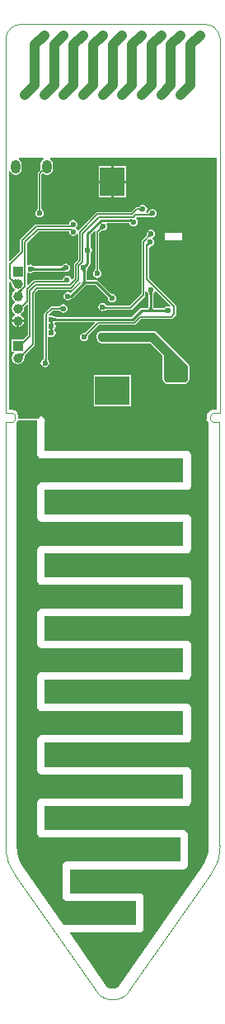
<source format=gbl>
G04*
G04 #@! TF.GenerationSoftware,Altium Limited,Altium Designer,19.0.15 (446)*
G04*
G04 Layer_Physical_Order=2*
G04 Layer_Color=16711680*
%FSLAX25Y25*%
%MOIN*%
G70*
G01*
G75*
%ADD14C,0.00600*%
%ADD15C,0.01000*%
%ADD16C,0.00050*%
%ADD49C,0.03937*%
%ADD69C,0.03937*%
%ADD73R,0.03937X0.03937*%
%ADD74O,0.03937X0.05512*%
%ADD75C,0.02362*%
%ADD76R,0.14173X0.11811*%
%ADD77R,0.10236X0.11811*%
G36*
X15346Y334100D02*
X15314Y334149D01*
X15275Y334182D01*
X15230Y334199D01*
X15178Y334202D01*
X15119Y334190D01*
X15053Y334162D01*
X14980Y334119D01*
X14901Y334061D01*
X14815Y333987D01*
X14722Y333898D01*
X14423Y334448D01*
X14515Y334544D01*
X14662Y334724D01*
X14717Y334808D01*
X14758Y334887D01*
X14787Y334961D01*
X14804Y335032D01*
X14807Y335098D01*
X14799Y335159D01*
X14777Y335216D01*
X15346Y334100D01*
D02*
G37*
G36*
X85326Y238313D02*
X84696D01*
X84694Y238312D01*
X84668Y238316D01*
X83819Y238204D01*
X83026Y237876D01*
X82346Y237354D01*
X81824Y236674D01*
X81496Y235882D01*
X81384Y235032D01*
X81468Y234400D01*
X81126Y233900D01*
X15913D01*
X15811Y234408D01*
X15484Y234899D01*
X14992Y235227D01*
X14413Y235343D01*
X13834Y235227D01*
X13343Y234899D01*
X13015Y234408D01*
X12917Y234427D01*
X12895Y234439D01*
X12880Y234434D01*
X12842Y234441D01*
X5585D01*
X5256Y234817D01*
X5284Y235032D01*
X5172Y235882D01*
X4844Y236674D01*
X4322Y237354D01*
X3642Y237876D01*
X2850Y238204D01*
X2000Y238316D01*
X1974Y238312D01*
X1973Y238313D01*
X1317D01*
X1317Y289493D01*
X1817Y289802D01*
X2035Y289694D01*
X2512Y288526D01*
X2618Y288210D01*
X2619Y288209D01*
X2619Y288207D01*
X2647Y288175D01*
X2675Y288037D01*
X3220Y287220D01*
X3883Y286778D01*
X3897Y286736D01*
Y286263D01*
X3883Y286222D01*
X3220Y285780D01*
X2675Y284963D01*
X2483Y284000D01*
X2675Y283037D01*
X3220Y282220D01*
X3883Y281778D01*
X3897Y281736D01*
Y281263D01*
X3883Y281222D01*
X3220Y280780D01*
X2675Y279963D01*
X2483Y279000D01*
X2675Y278037D01*
X3220Y277220D01*
X3883Y276778D01*
X3897Y276736D01*
Y276263D01*
X3883Y276222D01*
X3220Y275780D01*
X2675Y274963D01*
X2583Y274500D01*
X5000D01*
X7417D01*
X7325Y274963D01*
X6780Y275780D01*
X6117Y276222D01*
X6103Y276263D01*
Y276736D01*
X6117Y276778D01*
X6780Y277220D01*
X7325Y278037D01*
X7517Y279000D01*
X7423Y279470D01*
X8622Y280669D01*
X9084Y280477D01*
Y268293D01*
X7259Y266469D01*
X2531D01*
Y261531D01*
X3446D01*
X3597Y261032D01*
X3220Y260780D01*
X2675Y259963D01*
X2483Y259000D01*
X2675Y258037D01*
X3220Y257220D01*
X4037Y256675D01*
X5000Y256483D01*
X5963Y256675D01*
X6780Y257220D01*
X7325Y258037D01*
X7396Y258395D01*
X7455Y258478D01*
X7455Y258478D01*
X7455Y258478D01*
X7455Y258478D01*
X7523Y258787D01*
X7662Y259326D01*
X7804Y259759D01*
X7871Y259925D01*
X7937Y260066D01*
X7998Y260176D01*
X8050Y260253D01*
X8115Y260328D01*
X8133Y260379D01*
X11577Y263823D01*
X11754Y264088D01*
X11816Y264400D01*
X11816Y264400D01*
Y284962D01*
X13238Y286384D01*
X26400D01*
X26400Y286384D01*
X26712Y286446D01*
X26977Y286623D01*
X29879Y289526D01*
X30322Y289411D01*
X30392Y289331D01*
X30376Y289253D01*
X30297Y289169D01*
X30291Y289153D01*
X30276Y289145D01*
X30264Y289106D01*
X26387Y285229D01*
X25856Y285584D01*
X25200Y285714D01*
X24544Y285584D01*
X23988Y285212D01*
X23616Y284656D01*
X23486Y284000D01*
X23616Y283344D01*
X23988Y282788D01*
X24544Y282416D01*
X25200Y282286D01*
X25856Y282416D01*
X26412Y282788D01*
X26541Y282980D01*
X26600D01*
X26990Y283058D01*
X27321Y283279D01*
X32522Y288480D01*
X36378D01*
X41177Y283681D01*
X41196Y283632D01*
X41267Y283556D01*
X41320Y283494D01*
X41363Y283435D01*
X41398Y283380D01*
X41426Y283329D01*
X41446Y283281D01*
X41461Y283237D01*
X41470Y283196D01*
X41476Y283156D01*
X41478Y283091D01*
X41495Y283054D01*
X41616Y282444D01*
X41988Y281888D01*
X42544Y281516D01*
X43200Y281386D01*
X43856Y281516D01*
X44412Y281888D01*
X44784Y282444D01*
X44914Y283100D01*
X44784Y283756D01*
X44412Y284312D01*
X43856Y284684D01*
X43246Y284805D01*
X43209Y284822D01*
X43143Y284824D01*
X43104Y284830D01*
X43063Y284839D01*
X43019Y284854D01*
X42971Y284874D01*
X42920Y284902D01*
X42865Y284937D01*
X42806Y284980D01*
X42744Y285033D01*
X42668Y285104D01*
X42619Y285123D01*
X37521Y290221D01*
X37190Y290442D01*
X36800Y290520D01*
X32920D01*
Y293763D01*
X32941Y293813D01*
X32943Y293923D01*
X32948Y294010D01*
X32969Y294189D01*
X32982Y294256D01*
X32998Y294321D01*
X33017Y294380D01*
X33036Y294431D01*
X33057Y294477D01*
X33088Y294534D01*
X33097Y294615D01*
X33184Y294744D01*
X33305Y295355D01*
X33322Y295391D01*
X33324Y295456D01*
X33330Y295496D01*
X33339Y295537D01*
X33354Y295581D01*
X33374Y295629D01*
X33402Y295680D01*
X33437Y295735D01*
X33480Y295794D01*
X33533Y295856D01*
X33604Y295932D01*
X33623Y295981D01*
X34021Y296379D01*
X34242Y296710D01*
X34320Y297100D01*
Y300759D01*
X34341Y300807D01*
X34344Y300911D01*
X34351Y300992D01*
X34362Y301064D01*
X34376Y301128D01*
X34393Y301184D01*
X34412Y301232D01*
X34433Y301273D01*
X34455Y301309D01*
X34479Y301341D01*
X34524Y301389D01*
X34538Y301427D01*
X34884Y301944D01*
X35014Y302600D01*
X34884Y303256D01*
X34538Y303773D01*
X34524Y303811D01*
X34479Y303859D01*
X34455Y303891D01*
X34433Y303927D01*
X34412Y303968D01*
X34393Y304016D01*
X34376Y304072D01*
X34362Y304136D01*
X34351Y304208D01*
X34344Y304289D01*
X34341Y304393D01*
X34320Y304441D01*
Y308778D01*
X35978Y310436D01*
X36367Y310177D01*
X36390Y310141D01*
X36332Y309847D01*
X36332Y309847D01*
Y294979D01*
X36307Y294927D01*
X36303Y294857D01*
X36296Y294813D01*
X36283Y294764D01*
X36263Y294711D01*
X36235Y294651D01*
X36198Y294586D01*
X36150Y294516D01*
X36092Y294440D01*
X36022Y294361D01*
X35932Y294268D01*
X35920Y294236D01*
X35564Y293703D01*
X35433Y293047D01*
X35564Y292391D01*
X35935Y291835D01*
X36491Y291464D01*
X37147Y291333D01*
X37803Y291464D01*
X38359Y291835D01*
X38731Y292391D01*
X38861Y293047D01*
X38731Y293703D01*
X38375Y294236D01*
X38362Y294268D01*
X38272Y294361D01*
X38203Y294440D01*
X38144Y294516D01*
X38096Y294586D01*
X38059Y294651D01*
X38031Y294711D01*
X38011Y294764D01*
X37999Y294813D01*
X37991Y294857D01*
X37988Y294927D01*
X37963Y294979D01*
Y309509D01*
X38676Y310222D01*
X38730Y310242D01*
X38782Y310288D01*
X38819Y310316D01*
X38865Y310343D01*
X38921Y310370D01*
X38987Y310396D01*
X39065Y310419D01*
X39146Y310439D01*
X39371Y310472D01*
X39498Y310481D01*
X39580Y310522D01*
X40056Y310616D01*
X40612Y310988D01*
X40984Y311544D01*
X41114Y312200D01*
X40984Y312856D01*
X40834Y313080D01*
X41101Y313580D01*
X49889D01*
X49892Y313578D01*
X49911Y313580D01*
X49972D01*
X50020Y313559D01*
X50129Y313556D01*
X50204Y313549D01*
X50222Y313546D01*
X50302Y313144D01*
X50674Y312588D01*
X51230Y312216D01*
X51886Y312086D01*
X52542Y312216D01*
X53098Y312588D01*
X53470Y313144D01*
X53600Y313800D01*
X53470Y314456D01*
X53098Y315012D01*
X52957Y315107D01*
X52890Y315644D01*
X53197Y315984D01*
X57889D01*
X57906Y315972D01*
X57961Y315982D01*
X58012Y315959D01*
X58079Y315957D01*
X58234Y315943D01*
X58298Y315933D01*
X58857Y315796D01*
X58978Y315759D01*
X58985Y315760D01*
X58991Y315755D01*
X59093Y315767D01*
X59500Y315686D01*
X60156Y315816D01*
X60712Y316188D01*
X61084Y316744D01*
X61214Y317400D01*
X61084Y318056D01*
X60712Y318612D01*
X60156Y318984D01*
X59500Y319114D01*
X58844Y318984D01*
X58288Y318612D01*
X57916Y318056D01*
X57886Y317901D01*
X57835Y317838D01*
X57810Y317755D01*
X57792Y317712D01*
X57777Y317685D01*
X57766Y317671D01*
X57759Y317664D01*
X57753Y317660D01*
X57744Y317656D01*
X57727Y317650D01*
X57695Y317645D01*
X57620Y317640D01*
X57568Y317616D01*
X57231D01*
X56964Y318116D01*
X57184Y318444D01*
X57314Y319100D01*
X57184Y319756D01*
X56812Y320312D01*
X56256Y320684D01*
X55600Y320814D01*
X54944Y320684D01*
X54412Y320328D01*
X54379Y320315D01*
X54287Y320225D01*
X54207Y320155D01*
X54132Y320097D01*
X54061Y320049D01*
X53996Y320012D01*
X53936Y319984D01*
X53883Y319964D01*
X53834Y319951D01*
X53790Y319944D01*
X53720Y319940D01*
X53668Y319916D01*
X53300D01*
X53300Y319916D01*
X52988Y319854D01*
X52723Y319677D01*
X52723Y319677D01*
X50962Y317916D01*
X37300D01*
X37300Y317916D01*
X36988Y317854D01*
X36723Y317677D01*
X36723Y317677D01*
X29623Y310577D01*
X29612Y310560D01*
X29084Y310656D01*
X28712Y311212D01*
X28605Y311283D01*
Y311783D01*
X28612Y311788D01*
X28984Y312344D01*
X29114Y313000D01*
X28984Y313656D01*
X28612Y314212D01*
X28056Y314584D01*
X27400Y314714D01*
X26744Y314584D01*
X26188Y314212D01*
X25816Y313656D01*
X25686Y313000D01*
X25617Y312916D01*
X12400D01*
X12400Y312916D01*
X12088Y312854D01*
X11823Y312677D01*
X11823Y312677D01*
X6123Y306977D01*
X5946Y306712D01*
X5884Y306400D01*
X5884Y306400D01*
Y302138D01*
X1817Y298071D01*
X1317Y298278D01*
X1317Y334404D01*
X1579Y334487D01*
X1817Y334487D01*
X2321Y333733D01*
X3138Y333187D01*
X4101Y332996D01*
X5064Y333187D01*
X5881Y333733D01*
X6426Y334549D01*
X6618Y335513D01*
Y337087D01*
X6426Y338051D01*
X5881Y338867D01*
X5382Y339200D01*
X5534Y339700D01*
X15266D01*
X15418Y339200D01*
X14920Y338867D01*
X14374Y338051D01*
X14182Y337087D01*
Y335513D01*
X14263Y335108D01*
X14250Y335083D01*
X14224Y335044D01*
X14109Y334903D01*
X14032Y334822D01*
X14009Y334763D01*
X13223Y333978D01*
X13046Y333713D01*
X12984Y333401D01*
X12984Y333401D01*
Y319332D01*
X12960Y319280D01*
X12956Y319210D01*
X12949Y319166D01*
X12936Y319117D01*
X12916Y319063D01*
X12888Y319004D01*
X12851Y318939D01*
X12803Y318868D01*
X12745Y318793D01*
X12675Y318713D01*
X12585Y318621D01*
X12572Y318588D01*
X12216Y318056D01*
X12086Y317400D01*
X12216Y316744D01*
X12588Y316188D01*
X13144Y315816D01*
X13800Y315686D01*
X14456Y315816D01*
X15012Y316188D01*
X15384Y316744D01*
X15514Y317400D01*
X15384Y318056D01*
X15028Y318588D01*
X15015Y318621D01*
X14925Y318713D01*
X14855Y318793D01*
X14797Y318868D01*
X14749Y318939D01*
X14712Y319004D01*
X14684Y319063D01*
X14664Y319117D01*
X14651Y319166D01*
X14644Y319210D01*
X14640Y319280D01*
X14616Y319332D01*
Y333063D01*
X14975Y333423D01*
X14981Y333423D01*
X15001Y333449D01*
X15037Y333484D01*
X15096Y333507D01*
X15162Y333571D01*
X15736Y333187D01*
X16699Y332996D01*
X17662Y333187D01*
X18479Y333733D01*
X19025Y334549D01*
X19216Y335513D01*
Y337087D01*
X19025Y338051D01*
X18479Y338867D01*
X17981Y339200D01*
X18132Y339700D01*
X85326D01*
X85326Y238313D01*
D02*
G37*
G36*
X54756Y318273D02*
X54654Y318373D01*
X54551Y318463D01*
X54449Y318542D01*
X54347Y318610D01*
X54246Y318668D01*
X54146Y318716D01*
X54046Y318753D01*
X53947Y318779D01*
X53847Y318795D01*
X53749Y318800D01*
Y319400D01*
X53847Y319405D01*
X53947Y319421D01*
X54046Y319447D01*
X54146Y319484D01*
X54246Y319532D01*
X54347Y319590D01*
X54449Y319658D01*
X54551Y319737D01*
X54654Y319827D01*
X54756Y319927D01*
Y318273D01*
D02*
G37*
G36*
X14105Y319152D02*
X14121Y319054D01*
X14147Y318954D01*
X14184Y318854D01*
X14232Y318754D01*
X14290Y318653D01*
X14358Y318551D01*
X14437Y318449D01*
X14527Y318347D01*
X14627Y318244D01*
X12973D01*
X13073Y318347D01*
X13163Y318449D01*
X13242Y318551D01*
X13310Y318653D01*
X13368Y318754D01*
X13416Y318854D01*
X13453Y318954D01*
X13479Y319054D01*
X13495Y319152D01*
X13500Y319251D01*
X14100D01*
X14105Y319152D01*
D02*
G37*
G36*
X59139Y316276D02*
X59002Y316318D01*
X58403Y316464D01*
X58300Y316480D01*
X58112Y316498D01*
X58026Y316500D01*
X57649Y317100D01*
X57757Y317106D01*
X57856Y317123D01*
X57948Y317153D01*
X58030Y317193D01*
X58105Y317246D01*
X58171Y317310D01*
X58229Y317386D01*
X58279Y317474D01*
X58320Y317573D01*
X58354Y317684D01*
X59139Y316276D01*
D02*
G37*
G36*
X51676Y314962D02*
X50705Y313763D01*
X50697Y313827D01*
X50675Y313884D01*
X50641Y313935D01*
X50593Y313979D01*
X50533Y314016D01*
X50459Y314046D01*
X50372Y314070D01*
X50273Y314087D01*
X50160Y314097D01*
X50035Y314100D01*
X50308Y315100D01*
X51676Y314962D01*
D02*
G37*
G36*
X39459Y311020D02*
X39313Y311010D01*
X39045Y310971D01*
X38923Y310942D01*
X38810Y310908D01*
X38705Y310867D01*
X38609Y310820D01*
X38520Y310767D01*
X38440Y310709D01*
X38368Y310644D01*
X37918Y311042D01*
X37984Y311116D01*
X38043Y311198D01*
X38094Y311288D01*
X38137Y311384D01*
X38171Y311488D01*
X38197Y311599D01*
X38216Y311718D01*
X38226Y311844D01*
X38228Y311977D01*
X38222Y312118D01*
X39459Y311020D01*
D02*
G37*
G36*
X33803Y304259D02*
X33813Y304145D01*
X33829Y304036D01*
X33852Y303934D01*
X33882Y303837D01*
X33918Y303747D01*
X33960Y303662D01*
X34009Y303583D01*
X34065Y303510D01*
X34127Y303444D01*
X32473D01*
X32535Y303510D01*
X32591Y303583D01*
X32640Y303662D01*
X32682Y303747D01*
X32718Y303837D01*
X32748Y303934D01*
X32771Y304036D01*
X32787Y304145D01*
X32797Y304259D01*
X32800Y304379D01*
X33800D01*
X33803Y304259D01*
D02*
G37*
G36*
X34065Y301690D02*
X34009Y301617D01*
X33960Y301538D01*
X33918Y301453D01*
X33882Y301363D01*
X33852Y301266D01*
X33829Y301164D01*
X33813Y301056D01*
X33803Y300941D01*
X33800Y300821D01*
X32800D01*
X32797Y300941D01*
X32787Y301056D01*
X32771Y301164D01*
X32748Y301266D01*
X32718Y301363D01*
X32682Y301453D01*
X32640Y301538D01*
X32591Y301617D01*
X32535Y301690D01*
X32473Y301757D01*
X34127D01*
X34065Y301690D01*
D02*
G37*
G36*
X33211Y296304D02*
X33129Y296217D01*
X33055Y296129D01*
X32990Y296041D01*
X32934Y295953D01*
X32886Y295864D01*
X32848Y295774D01*
X32818Y295684D01*
X32797Y295594D01*
X32785Y295503D01*
X32781Y295412D01*
X31612Y296581D01*
X31703Y296585D01*
X31794Y296597D01*
X31884Y296618D01*
X31974Y296648D01*
X32064Y296686D01*
X32153Y296734D01*
X32241Y296790D01*
X32329Y296855D01*
X32417Y296929D01*
X32504Y297011D01*
X33211Y296304D01*
D02*
G37*
G36*
X23886Y294336D02*
X23816Y294368D01*
X23740Y294395D01*
X23658Y294420D01*
X23570Y294441D01*
X23378Y294474D01*
X23274Y294485D01*
X22927Y294500D01*
X22514Y295500D01*
X22636Y295504D01*
X22749Y295516D01*
X22853Y295535D01*
X22948Y295563D01*
X23033Y295598D01*
X23110Y295641D01*
X23178Y295692D01*
X23236Y295751D01*
X23286Y295818D01*
X23326Y295892D01*
X23886Y294336D01*
D02*
G37*
G36*
X10910Y295765D02*
X10983Y295709D01*
X11062Y295660D01*
X11147Y295618D01*
X11237Y295582D01*
X11334Y295552D01*
X11436Y295529D01*
X11545Y295513D01*
X11659Y295503D01*
X11779Y295500D01*
Y294500D01*
X11659Y294497D01*
X11545Y294487D01*
X11436Y294471D01*
X11334Y294448D01*
X11237Y294418D01*
X11147Y294382D01*
X11062Y294340D01*
X10983Y294291D01*
X10910Y294235D01*
X10843Y294173D01*
Y295827D01*
X10910Y295765D01*
D02*
G37*
G36*
X37453Y294800D02*
X37468Y294701D01*
X37495Y294601D01*
X37532Y294501D01*
X37579Y294401D01*
X37637Y294300D01*
X37705Y294198D01*
X37784Y294096D01*
X37874Y293994D01*
X37974Y293891D01*
X36320D01*
X36421Y293994D01*
X36510Y294096D01*
X36589Y294198D01*
X36658Y294300D01*
X36716Y294401D01*
X36763Y294501D01*
X36800Y294601D01*
X36826Y294701D01*
X36842Y294800D01*
X36847Y294898D01*
X37447D01*
X37453Y294800D01*
D02*
G37*
G36*
X25786Y310000D02*
X25916Y309344D01*
X26288Y308788D01*
X26844Y308416D01*
X27500Y308286D01*
X28156Y308416D01*
X28712Y308788D01*
X28884Y309046D01*
X29384Y308894D01*
Y298738D01*
X28204Y297558D01*
X28201Y297553D01*
X27904Y297256D01*
X27727Y296992D01*
X27665Y296679D01*
X27665Y296679D01*
Y291319D01*
X27094Y290748D01*
X26552Y290913D01*
X26484Y291256D01*
X26112Y291812D01*
X25556Y292184D01*
X24900Y292314D01*
X24244Y292184D01*
X23688Y291812D01*
X23316Y291256D01*
X23186Y290600D01*
X23117Y290516D01*
X11700D01*
X11700Y290516D01*
X11388Y290454D01*
X11123Y290277D01*
X9216Y288369D01*
X8716Y288576D01*
Y293235D01*
X9216Y293502D01*
X9344Y293416D01*
X10000Y293286D01*
X10656Y293416D01*
X11173Y293762D01*
X11211Y293776D01*
X11259Y293821D01*
X11291Y293845D01*
X11327Y293867D01*
X11368Y293888D01*
X11417Y293907D01*
X11472Y293924D01*
X11536Y293938D01*
X11608Y293949D01*
X11689Y293956D01*
X11793Y293959D01*
X11841Y293980D01*
X22858D01*
X22904Y293959D01*
X23233Y293945D01*
X23303Y293938D01*
X23461Y293911D01*
X23516Y293897D01*
X23569Y293882D01*
X23614Y293865D01*
X23668Y293841D01*
X23708Y293840D01*
X23744Y293816D01*
X24400Y293686D01*
X25056Y293816D01*
X25612Y294188D01*
X25984Y294744D01*
X26114Y295400D01*
X25984Y296056D01*
X25612Y296612D01*
X25056Y296984D01*
X24400Y297114D01*
X23744Y296984D01*
X23188Y296612D01*
X22914Y296201D01*
X22851Y296151D01*
X22829Y296110D01*
X22825Y296105D01*
X22821Y296101D01*
X22813Y296095D01*
X22797Y296086D01*
X22769Y296074D01*
X22727Y296062D01*
X22671Y296052D01*
X22600Y296044D01*
X22497Y296041D01*
X22450Y296020D01*
X11841D01*
X11793Y296041D01*
X11689Y296044D01*
X11608Y296051D01*
X11536Y296062D01*
X11472Y296076D01*
X11416Y296093D01*
X11368Y296112D01*
X11327Y296133D01*
X11291Y296155D01*
X11259Y296179D01*
X11211Y296224D01*
X11173Y296238D01*
X10656Y296584D01*
X10000Y296714D01*
X9344Y296584D01*
X9216Y296498D01*
X8716Y296765D01*
Y305462D01*
X13338Y310084D01*
X25717D01*
X25786Y310000D01*
D02*
G37*
G36*
X32573Y294720D02*
X32537Y294641D01*
X32505Y294556D01*
X32477Y294467D01*
X32454Y294372D01*
X32434Y294272D01*
X32409Y294058D01*
X32402Y293943D01*
X32400Y293822D01*
X31400Y293527D01*
X31396Y293649D01*
X31385Y293762D01*
X31365Y293867D01*
X31338Y293964D01*
X31304Y294053D01*
X31261Y294133D01*
X31211Y294206D01*
X31153Y294270D01*
X31088Y294326D01*
X31015Y294374D01*
X32614Y294794D01*
X32573Y294720D01*
D02*
G37*
G36*
X31900Y289300D02*
X32454Y289146D01*
X32254Y288947D01*
X30693Y288800D01*
X30827Y288944D01*
X30947Y289095D01*
X31054Y289251D01*
X31145Y289413D01*
X31223Y289580D01*
X31287Y289754D01*
X31336Y289933D01*
X31372Y290119D01*
X31393Y290310D01*
X31400Y290507D01*
X31900Y289300D01*
D02*
G37*
G36*
X2672Y290869D02*
X2803Y290788D01*
X2947Y290728D01*
X3106Y290687D01*
X3278Y290666D01*
X3464Y290664D01*
X3663Y290683D01*
X3877Y290721D01*
X4104Y290779D01*
X4345Y290856D01*
X3131Y288382D01*
X3019Y288715D01*
X2402Y290228D01*
X2337Y290327D01*
X2278Y290397D01*
X2555Y290969D01*
X2672Y290869D01*
D02*
G37*
G36*
X6909Y286485D02*
X6808Y286367D01*
X6728Y286237D01*
X6668Y286093D01*
X6629Y285936D01*
X6611Y285767D01*
X6614Y285584D01*
X6637Y285389D01*
X6680Y285181D01*
X6745Y284960D01*
X6830Y284725D01*
X4311Y285844D01*
X4650Y285972D01*
X6256Y286691D01*
X6319Y286743D01*
X6909Y286485D01*
D02*
G37*
G36*
X42383Y284629D02*
X42471Y284555D01*
X42559Y284490D01*
X42647Y284434D01*
X42736Y284386D01*
X42826Y284348D01*
X42916Y284318D01*
X43006Y284297D01*
X43097Y284284D01*
X43188Y284281D01*
X42019Y283112D01*
X42015Y283203D01*
X42003Y283294D01*
X41982Y283384D01*
X41952Y283474D01*
X41914Y283564D01*
X41866Y283653D01*
X41810Y283741D01*
X41745Y283829D01*
X41671Y283917D01*
X41589Y284004D01*
X42296Y284711D01*
X42383Y284629D01*
D02*
G37*
G36*
X7381Y265012D02*
X7298Y264925D01*
X7224Y264839D01*
X7158Y264753D01*
X7102Y264667D01*
X7054Y264582D01*
X7014Y264497D01*
X6984Y264413D01*
X6962Y264330D01*
X6949Y264246D01*
X6944Y264164D01*
Y265861D01*
X6949Y265782D01*
X6962Y265721D01*
X6984Y265677D01*
X7014Y265651D01*
X7054Y265642D01*
X7102Y265651D01*
X7158Y265677D01*
X7224Y265721D01*
X7298Y265782D01*
X7381Y265861D01*
Y265012D01*
D02*
G37*
G36*
X7706Y260682D02*
X7621Y260584D01*
X7537Y260460D01*
X7455Y260313D01*
X7374Y260141D01*
X7295Y259944D01*
X7143Y259478D01*
X6997Y258914D01*
X6926Y258595D01*
X5443Y260918D01*
X5703Y260864D01*
X5947Y260827D01*
X6175Y260807D01*
X6386Y260804D01*
X6581Y260818D01*
X6759Y260848D01*
X6922Y260895D01*
X7068Y260959D01*
X7198Y261039D01*
X7312Y261137D01*
X7706Y260682D01*
D02*
G37*
G36*
X12900Y233829D02*
Y219949D01*
X13015Y219370D01*
X13343Y218879D01*
X13834Y218551D01*
X14413Y218436D01*
X71955D01*
Y208711D01*
X14413D01*
X13834Y208596D01*
X13343Y208268D01*
X13015Y207777D01*
X12900Y207198D01*
Y194446D01*
X13015Y193867D01*
X13343Y193376D01*
X13834Y193048D01*
X14413Y192933D01*
X71955D01*
Y183208D01*
X14413D01*
X13834Y183092D01*
X13343Y182764D01*
X13015Y182273D01*
X12900Y181694D01*
Y168943D01*
X13015Y168363D01*
X13343Y167873D01*
X13834Y167544D01*
X14413Y167429D01*
X71955D01*
Y157704D01*
X14413D01*
X13834Y157589D01*
X13343Y157261D01*
X13015Y156770D01*
X12900Y156191D01*
Y143439D01*
X13015Y142860D01*
X13343Y142369D01*
X13834Y142041D01*
X14413Y141926D01*
X71955D01*
Y132201D01*
X14413D01*
X13834Y132086D01*
X13343Y131758D01*
X13015Y131267D01*
X12900Y130688D01*
Y117936D01*
X13015Y117357D01*
X13343Y116866D01*
X13834Y116538D01*
X14413Y116422D01*
X71955D01*
Y106697D01*
X14413D01*
X13834Y106582D01*
X13343Y106254D01*
X13015Y105763D01*
X12900Y105184D01*
Y92432D01*
X13015Y91853D01*
X13343Y91362D01*
X13834Y91034D01*
X14413Y90919D01*
X71955D01*
Y81194D01*
X14413D01*
X13834Y81079D01*
X13343Y80751D01*
X13015Y80260D01*
X12900Y79681D01*
Y66929D01*
X13015Y66350D01*
X13343Y65859D01*
X13834Y65531D01*
X14413Y65416D01*
X70687D01*
Y55691D01*
X24610D01*
X24031Y55576D01*
X23540Y55247D01*
X23212Y54757D01*
X23097Y54177D01*
Y41426D01*
X23212Y40847D01*
X23540Y40356D01*
X24031Y40028D01*
X24610Y39912D01*
X52830D01*
Y30187D01*
X23576D01*
X7251Y53503D01*
X7192Y53567D01*
X6127Y55306D01*
X5211Y57516D01*
X4653Y59842D01*
X4478Y62059D01*
X4500Y62227D01*
X4500Y232942D01*
X4844Y233390D01*
X5055Y233900D01*
X12842D01*
X12900Y233829D01*
D02*
G37*
G36*
X81613Y233900D02*
X81824Y233390D01*
X82162Y232950D01*
X82162Y62227D01*
X82185Y62049D01*
X82011Y59842D01*
X81453Y57516D01*
X80538Y55306D01*
X79472Y53567D01*
X79413Y53503D01*
X46116Y5950D01*
X46109Y5954D01*
X45748Y5483D01*
X45040Y4941D01*
X44216Y4599D01*
X43332Y4483D01*
X42448Y4599D01*
X41624Y4941D01*
X40916Y5483D01*
X40555Y5954D01*
X40548Y5950D01*
X26006Y26717D01*
X26237Y27161D01*
X54343D01*
X54922Y27276D01*
X55413Y27604D01*
X55741Y28095D01*
X55856Y28674D01*
Y41426D01*
X55741Y42005D01*
X55413Y42496D01*
X54922Y42824D01*
X54343Y42939D01*
X26123D01*
Y52664D01*
X72201D01*
X72780Y52779D01*
X73271Y53107D01*
X73599Y53598D01*
X73714Y54177D01*
Y66929D01*
X73599Y67508D01*
X73271Y67999D01*
X72780Y68327D01*
X72201Y68442D01*
X15927D01*
Y78167D01*
X73469D01*
X74048Y78283D01*
X74539Y78611D01*
X74867Y79102D01*
X74982Y79681D01*
Y92432D01*
X74867Y93012D01*
X74539Y93503D01*
X74048Y93831D01*
X73469Y93946D01*
X15927D01*
Y103671D01*
X73469D01*
X74048Y103786D01*
X74539Y104114D01*
X74867Y104605D01*
X74982Y105184D01*
Y117936D01*
X74867Y118515D01*
X74539Y119006D01*
X74048Y119334D01*
X73469Y119449D01*
X15927D01*
Y129174D01*
X73469D01*
X74048Y129289D01*
X74539Y129618D01*
X74867Y130108D01*
X74982Y130688D01*
Y143439D01*
X74867Y144018D01*
X74539Y144509D01*
X74048Y144837D01*
X73469Y144953D01*
X15927D01*
Y154678D01*
X73469D01*
X74048Y154793D01*
X74539Y155121D01*
X74867Y155612D01*
X74982Y156191D01*
Y168943D01*
X74867Y169522D01*
X74539Y170013D01*
X74048Y170341D01*
X73469Y170456D01*
X15927D01*
Y180181D01*
X73469D01*
X74048Y180296D01*
X74539Y180624D01*
X74867Y181115D01*
X74982Y181694D01*
Y194446D01*
X74867Y195025D01*
X74539Y195516D01*
X74048Y195844D01*
X73469Y195959D01*
X15927D01*
Y205684D01*
X73469D01*
X74048Y205800D01*
X74539Y206128D01*
X74867Y206618D01*
X74982Y207198D01*
Y219949D01*
X74867Y220529D01*
X74539Y221019D01*
X74048Y221347D01*
X73469Y221463D01*
X15927D01*
Y233400D01*
X16397Y233900D01*
X81613Y233900D01*
D02*
G37*
%LPC*%
G36*
X48918Y336500D02*
X43800D01*
Y330594D01*
X48918D01*
Y336500D01*
D02*
G37*
G36*
X42800D02*
X37682D01*
Y330594D01*
X42800D01*
Y336500D01*
D02*
G37*
G36*
X48918Y329594D02*
X43800D01*
Y323689D01*
X48918D01*
Y329594D01*
D02*
G37*
G36*
X42800D02*
X37682D01*
Y323689D01*
X42800D01*
Y329594D01*
D02*
G37*
G36*
X71000Y309541D02*
X65000D01*
X64617Y309383D01*
X64459Y309000D01*
Y307000D01*
X64617Y306617D01*
X65000Y306459D01*
X71000D01*
X71383Y306617D01*
X71541Y307000D01*
Y309000D01*
X71383Y309383D01*
X71000Y309541D01*
D02*
G37*
G36*
X58900Y310814D02*
X58244Y310684D01*
X57688Y310312D01*
X57316Y309756D01*
X57191Y309128D01*
X57178Y309096D01*
X57176Y308967D01*
X57169Y308861D01*
X57157Y308767D01*
X57141Y308683D01*
X57121Y308611D01*
X57099Y308549D01*
X57075Y308497D01*
X57050Y308453D01*
X57023Y308417D01*
X56976Y308365D01*
X56957Y308311D01*
X55223Y306577D01*
X55046Y306312D01*
X54984Y306000D01*
X54984Y306000D01*
Y284738D01*
X50262Y280016D01*
X41267D01*
X41216Y280040D01*
X41143Y280045D01*
X41109Y280050D01*
X41081Y280059D01*
X41056Y280071D01*
X41032Y280086D01*
X41004Y280109D01*
X40973Y280142D01*
X40939Y280186D01*
X40903Y280245D01*
X40856Y280337D01*
X40793Y280391D01*
X40512Y280812D01*
X39956Y281184D01*
X39300Y281314D01*
X38644Y281184D01*
X38088Y280812D01*
X37716Y280256D01*
X37586Y279600D01*
X37716Y278944D01*
X38088Y278388D01*
X38644Y278016D01*
X39300Y277886D01*
X39956Y278016D01*
X39992Y278041D01*
X40033Y278042D01*
X40438Y278221D01*
X40536Y278258D01*
X40734Y278320D01*
X40806Y278338D01*
X40871Y278350D01*
X40922Y278357D01*
X40984Y278359D01*
X41037Y278384D01*
X50600D01*
X50600Y278384D01*
X50912Y278446D01*
X51177Y278623D01*
X56377Y283823D01*
X56554Y284088D01*
X56616Y284400D01*
X56616Y284400D01*
Y285980D01*
X57046Y286149D01*
X57087Y286153D01*
X57197Y285744D01*
X57221Y285709D01*
X57543Y285227D01*
X57557Y285189D01*
X57602Y285141D01*
X57626Y285109D01*
X57648Y285073D01*
X57669Y285032D01*
X57688Y284983D01*
X57705Y284928D01*
X57719Y284864D01*
X57730Y284792D01*
X57737Y284711D01*
X57740Y284607D01*
X57762Y284559D01*
Y279672D01*
X57741Y279628D01*
X57732Y279471D01*
X57715Y279373D01*
X57692Y279305D01*
X57669Y279262D01*
X57647Y279235D01*
X57619Y279212D01*
X57576Y279189D01*
X57508Y279166D01*
X57410Y279149D01*
X57253Y279140D01*
X57215Y279123D01*
X57175Y279131D01*
X57158Y279120D01*
X55000D01*
X54610Y279042D01*
X54279Y278821D01*
X51078Y275620D01*
X20388D01*
X20339Y275641D01*
X20234Y275644D01*
X20149Y275650D01*
X20072Y275661D01*
X20003Y275674D01*
X19941Y275691D01*
X19886Y275710D01*
X19838Y275731D01*
X19796Y275754D01*
X19758Y275779D01*
X19705Y275821D01*
X19609Y275848D01*
X19256Y276084D01*
X18600Y276214D01*
X18061Y276107D01*
X17714Y276251D01*
X17512Y276396D01*
X17478Y276625D01*
X19038Y278184D01*
X21468D01*
X21520Y278160D01*
X21590Y278156D01*
X21634Y278149D01*
X21683Y278136D01*
X21736Y278116D01*
X21796Y278088D01*
X21861Y278051D01*
X21932Y278003D01*
X22007Y277945D01*
X22087Y277875D01*
X22179Y277785D01*
X22211Y277772D01*
X22744Y277416D01*
X23400Y277286D01*
X24056Y277416D01*
X24612Y277788D01*
X24984Y278344D01*
X25114Y279000D01*
X24984Y279656D01*
X24612Y280212D01*
X24056Y280584D01*
X23400Y280714D01*
X22744Y280584D01*
X22211Y280228D01*
X22179Y280215D01*
X22087Y280125D01*
X22007Y280055D01*
X21932Y279997D01*
X21861Y279949D01*
X21796Y279912D01*
X21736Y279884D01*
X21683Y279864D01*
X21634Y279851D01*
X21590Y279844D01*
X21520Y279840D01*
X21468Y279816D01*
X18700D01*
X18700Y279816D01*
X18388Y279754D01*
X18123Y279577D01*
X18123Y279577D01*
X15823Y277277D01*
X15646Y277012D01*
X15584Y276700D01*
X15584Y276700D01*
Y258967D01*
X15560Y258916D01*
X15555Y258843D01*
X15550Y258809D01*
X15541Y258781D01*
X15529Y258756D01*
X15514Y258732D01*
X15491Y258704D01*
X15458Y258673D01*
X15414Y258639D01*
X15355Y258603D01*
X15263Y258556D01*
X15209Y258493D01*
X14788Y258212D01*
X14416Y257656D01*
X14286Y257000D01*
X14416Y256344D01*
X14788Y255788D01*
X15344Y255416D01*
X16000Y255286D01*
X16656Y255416D01*
X17212Y255788D01*
X17584Y256344D01*
X17714Y257000D01*
X17584Y257656D01*
X17560Y257692D01*
X17559Y257733D01*
X17379Y258138D01*
X17342Y258236D01*
X17280Y258434D01*
X17262Y258506D01*
X17250Y258571D01*
X17243Y258622D01*
X17241Y258684D01*
X17216Y258737D01*
Y267402D01*
X17716Y267669D01*
X17944Y267516D01*
X18600Y267386D01*
X19256Y267516D01*
X19812Y267888D01*
X20184Y268444D01*
X20314Y269100D01*
X20184Y269756D01*
X19838Y270273D01*
X19824Y270311D01*
X19779Y270359D01*
X19755Y270391D01*
X19733Y270427D01*
X19721Y270450D01*
X19733Y270473D01*
X19755Y270509D01*
X19779Y270541D01*
X19824Y270589D01*
X19838Y270627D01*
X20184Y271144D01*
X20314Y271800D01*
X20184Y272456D01*
X19889Y272897D01*
X19902Y273213D01*
X19979Y273412D01*
X20029Y273483D01*
X20039Y273489D01*
X20080Y273507D01*
X20129Y273523D01*
X20187Y273538D01*
X20255Y273549D01*
X20333Y273556D01*
X20436Y273559D01*
X20453Y273567D01*
X20471Y273561D01*
X20507Y273580D01*
X36142D01*
X36333Y273118D01*
X32558Y269343D01*
X32504Y269324D01*
X32451Y269277D01*
X32415Y269250D01*
X32372Y269225D01*
X32320Y269201D01*
X32258Y269179D01*
X32185Y269159D01*
X32102Y269143D01*
X32007Y269131D01*
X31902Y269124D01*
X31773Y269122D01*
X31741Y269109D01*
X31113Y268984D01*
X30556Y268612D01*
X30185Y268056D01*
X30055Y267400D01*
X30185Y266744D01*
X30556Y266188D01*
X31113Y265816D01*
X31769Y265686D01*
X32424Y265816D01*
X32980Y266188D01*
X33352Y266744D01*
X33477Y267372D01*
X33491Y267404D01*
X33492Y267533D01*
X33500Y267639D01*
X33512Y267734D01*
X33528Y267817D01*
X33547Y267889D01*
X33570Y267951D01*
X33594Y268003D01*
X33619Y268047D01*
X33645Y268083D01*
X33692Y268135D01*
X33711Y268189D01*
X37906Y272384D01*
X52000D01*
X52000Y272384D01*
X52312Y272446D01*
X52577Y272623D01*
X54738Y274784D01*
X67100D01*
X67100Y274784D01*
X67412Y274846D01*
X67677Y275023D01*
X68877Y276223D01*
X68877Y276223D01*
X69054Y276488D01*
X69116Y276800D01*
X69116Y276800D01*
Y279700D01*
X69116Y279700D01*
X69054Y280012D01*
X68877Y280277D01*
X58016Y291138D01*
Y303601D01*
X58313Y303909D01*
X58499Y303986D01*
X58500Y303986D01*
X59156Y304116D01*
X59712Y304488D01*
X60084Y305044D01*
X60214Y305700D01*
X60084Y306356D01*
X59712Y306912D01*
X59567Y307009D01*
X59562Y307231D01*
X59632Y307567D01*
X60112Y307888D01*
X60484Y308444D01*
X60614Y309100D01*
X60484Y309756D01*
X60112Y310312D01*
X59556Y310684D01*
X58900Y310814D01*
D02*
G37*
G36*
X7417Y273500D02*
X5500D01*
Y271583D01*
X5963Y271675D01*
X6780Y272220D01*
X7325Y273037D01*
X7417Y273500D01*
D02*
G37*
G36*
X4500D02*
X2583D01*
X2675Y273037D01*
X3220Y272220D01*
X4037Y271675D01*
X4500Y271583D01*
Y273500D01*
D02*
G37*
G36*
X39929Y269841D02*
X38597Y269841D01*
X38379Y269841D01*
X38279Y269800D01*
X38171D01*
X37768Y269633D01*
X37692Y269557D01*
X37593Y269516D01*
X37284Y269207D01*
X37243Y269108D01*
X37167Y269032D01*
X37100Y268869D01*
Y268819D01*
X37071Y268777D01*
X36971Y268318D01*
X36982Y268259D01*
X36959Y268203D01*
X36959Y267200D01*
X36959Y266862D01*
X37000Y266762D01*
X37000Y266655D01*
X37259Y266030D01*
X37335Y265954D01*
X37376Y265854D01*
X37854Y265376D01*
X37954Y265335D01*
X38030Y265259D01*
X38655Y265000D01*
X38762D01*
X38862Y264959D01*
X39200Y264959D01*
X51200Y264959D01*
X58676D01*
X63609Y260026D01*
X63609Y250650D01*
X63609Y250342D01*
X63650Y250242D01*
X63650Y250135D01*
X63886Y249565D01*
X63962Y249489D01*
X64003Y249389D01*
X64439Y248953D01*
X64539Y248912D01*
X64615Y248836D01*
X65185Y248600D01*
X65292Y248600D01*
X65392Y248559D01*
X65700Y248559D01*
X72300Y248559D01*
X72598Y248559D01*
X72698Y248600D01*
X72805Y248600D01*
X73357Y248828D01*
X73433Y248904D01*
X73532Y248945D01*
X73954Y249367D01*
X73996Y249467D01*
X74072Y249543D01*
X74300Y250095D01*
X74300Y250202D01*
X74341Y250302D01*
X74341Y250600D01*
X74341Y250600D01*
Y255800D01*
X74341Y255800D01*
X74183Y256183D01*
X74183Y256183D01*
X60683Y269683D01*
X60300Y269841D01*
X60300Y269841D01*
X39929Y269841D01*
D02*
G37*
G36*
X50887Y252248D02*
X35713D01*
Y239437D01*
X50887D01*
Y252248D01*
D02*
G37*
%LPD*%
G36*
X58888Y307919D02*
X58745Y307917D01*
X58609Y307908D01*
X58481Y307892D01*
X58361Y307868D01*
X58248Y307838D01*
X58144Y307800D01*
X58047Y307755D01*
X57958Y307704D01*
X57877Y307645D01*
X57803Y307579D01*
X57379Y308003D01*
X57445Y308077D01*
X57504Y308158D01*
X57556Y308247D01*
X57600Y308344D01*
X57638Y308448D01*
X57668Y308561D01*
X57692Y308681D01*
X57708Y308809D01*
X57717Y308945D01*
X57719Y309088D01*
X58888Y307919D01*
D02*
G37*
G36*
X58407Y304523D02*
X58287Y304528D01*
X58171Y304525D01*
X58060Y304513D01*
X57954Y304492D01*
X57852Y304463D01*
X57755Y304425D01*
X57662Y304379D01*
X57574Y304324D01*
X57491Y304260D01*
X57412Y304188D01*
X56988Y304612D01*
X57060Y304691D01*
X57124Y304774D01*
X57179Y304862D01*
X57225Y304955D01*
X57263Y305052D01*
X57292Y305154D01*
X57313Y305260D01*
X57325Y305371D01*
X57328Y305487D01*
X57323Y305607D01*
X58407Y304523D01*
D02*
G37*
G36*
X59546Y285490D02*
X59490Y285417D01*
X59441Y285338D01*
X59399Y285253D01*
X59363Y285163D01*
X59333Y285066D01*
X59311Y284964D01*
X59294Y284856D01*
X59284Y284741D01*
X59281Y284621D01*
X58281D01*
X58278Y284741D01*
X58268Y284856D01*
X58252Y284964D01*
X58229Y285066D01*
X58199Y285163D01*
X58163Y285253D01*
X58121Y285338D01*
X58072Y285417D01*
X58016Y285490D01*
X57954Y285557D01*
X59608D01*
X59546Y285490D01*
D02*
G37*
G36*
X66774Y280072D02*
X66456Y279684D01*
X65800Y279814D01*
X65144Y279684D01*
X64627Y279338D01*
X64589Y279324D01*
X64541Y279279D01*
X64509Y279255D01*
X64473Y279233D01*
X64432Y279212D01*
X64384Y279193D01*
X64328Y279176D01*
X64264Y279162D01*
X64192Y279151D01*
X64111Y279144D01*
X64007Y279141D01*
X63959Y279120D01*
X60404D01*
X60387Y279131D01*
X60347Y279123D01*
X60309Y279140D01*
X60153Y279149D01*
X60054Y279166D01*
X59987Y279189D01*
X59943Y279212D01*
X59916Y279235D01*
X59893Y279262D01*
X59870Y279305D01*
X59847Y279373D01*
X59830Y279471D01*
X59822Y279628D01*
X59801Y279672D01*
Y284559D01*
X59822Y284607D01*
X59825Y284711D01*
X59832Y284792D01*
X59843Y284864D01*
X59857Y284928D01*
X59874Y284984D01*
X59893Y285032D01*
X59914Y285073D01*
X59936Y285109D01*
X59961Y285141D01*
X60005Y285189D01*
X60019Y285227D01*
X60365Y285744D01*
X60384Y285839D01*
X60862Y285984D01*
X66774Y280072D01*
D02*
G37*
G36*
X40431Y279980D02*
X40493Y279879D01*
X40561Y279790D01*
X40634Y279713D01*
X40712Y279648D01*
X40796Y279595D01*
X40885Y279553D01*
X40980Y279524D01*
X41080Y279506D01*
X41186Y279500D01*
X40960Y278900D01*
X40878Y278896D01*
X40788Y278886D01*
X40692Y278867D01*
X40588Y278842D01*
X40358Y278769D01*
X40233Y278722D01*
X39814Y278536D01*
X40374Y280092D01*
X40431Y279980D01*
D02*
G37*
G36*
X22557Y278173D02*
X22454Y278273D01*
X22351Y278363D01*
X22249Y278442D01*
X22148Y278510D01*
X22047Y278568D01*
X21946Y278616D01*
X21846Y278653D01*
X21746Y278679D01*
X21647Y278695D01*
X21549Y278700D01*
Y279300D01*
X21647Y279305D01*
X21746Y279321D01*
X21846Y279347D01*
X21946Y279384D01*
X22047Y279432D01*
X22148Y279490D01*
X22249Y279558D01*
X22351Y279637D01*
X22454Y279727D01*
X22557Y279827D01*
Y278173D01*
D02*
G37*
G36*
X59291Y279410D02*
X59321Y279240D01*
X59371Y279090D01*
X59441Y278960D01*
X59531Y278850D01*
X59641Y278760D01*
X59771Y278690D01*
X59921Y278640D01*
X60091Y278610D01*
X60281Y278600D01*
X58781Y277600D01*
X57281Y278600D01*
X57471Y278610D01*
X57641Y278640D01*
X57791Y278690D01*
X57921Y278760D01*
X58031Y278850D01*
X58121Y278960D01*
X58191Y279090D01*
X58241Y279240D01*
X58271Y279410D01*
X58281Y279600D01*
X59281D01*
X59291Y279410D01*
D02*
G37*
G36*
X64956Y277273D02*
X64890Y277335D01*
X64817Y277391D01*
X64738Y277440D01*
X64653Y277482D01*
X64563Y277518D01*
X64466Y277548D01*
X64364Y277571D01*
X64255Y277587D01*
X64141Y277597D01*
X64021Y277600D01*
Y278600D01*
X64141Y278603D01*
X64255Y278613D01*
X64364Y278629D01*
X64466Y278652D01*
X64563Y278682D01*
X64653Y278718D01*
X64738Y278760D01*
X64817Y278809D01*
X64890Y278865D01*
X64956Y278927D01*
Y277273D01*
D02*
G37*
G36*
X19442Y275339D02*
X19518Y275289D01*
X19601Y275245D01*
X19688Y275206D01*
X19781Y275174D01*
X19879Y275147D01*
X19983Y275127D01*
X20092Y275112D01*
X20206Y275103D01*
X20326Y275100D01*
X20420Y274100D01*
X20300Y274096D01*
X20186Y274086D01*
X20078Y274068D01*
X19978Y274044D01*
X19883Y274012D01*
X19796Y273973D01*
X19715Y273927D01*
X19640Y273874D01*
X19572Y273815D01*
X19511Y273748D01*
X19370Y275395D01*
X19442Y275339D01*
D02*
G37*
G36*
X19365Y273589D02*
X19309Y273517D01*
X19260Y273438D01*
X19218Y273353D01*
X19182Y273263D01*
X19152Y273166D01*
X19149Y273150D01*
X19152Y273134D01*
X19182Y273037D01*
X19218Y272947D01*
X19260Y272862D01*
X19309Y272783D01*
X19365Y272710D01*
X19427Y272643D01*
X17773D01*
X17835Y272710D01*
X17891Y272783D01*
X17940Y272862D01*
X17982Y272947D01*
X18018Y273037D01*
X18048Y273134D01*
X18051Y273150D01*
X18048Y273166D01*
X18018Y273263D01*
X17982Y273353D01*
X17940Y273438D01*
X17891Y273517D01*
X17835Y273589D01*
X17773Y273657D01*
X19427D01*
X19365Y273589D01*
D02*
G37*
G36*
Y270889D02*
X19309Y270817D01*
X19260Y270738D01*
X19218Y270653D01*
X19182Y270563D01*
X19152Y270466D01*
X19149Y270450D01*
X19152Y270434D01*
X19182Y270337D01*
X19218Y270247D01*
X19260Y270162D01*
X19309Y270083D01*
X19365Y270010D01*
X19427Y269943D01*
X17773D01*
X17835Y270010D01*
X17891Y270083D01*
X17940Y270162D01*
X17982Y270247D01*
X18018Y270337D01*
X18048Y270434D01*
X18051Y270450D01*
X18048Y270466D01*
X18018Y270563D01*
X17982Y270653D01*
X17940Y270738D01*
X17891Y270817D01*
X17835Y270889D01*
X17773Y270956D01*
X19427D01*
X19365Y270889D01*
D02*
G37*
G36*
X33290Y268497D02*
X33224Y268423D01*
X33165Y268342D01*
X33113Y268253D01*
X33068Y268156D01*
X33031Y268052D01*
X33000Y267939D01*
X32977Y267819D01*
X32961Y267691D01*
X32952Y267555D01*
X32950Y267412D01*
X31780Y268581D01*
X31924Y268583D01*
X32060Y268592D01*
X32188Y268608D01*
X32308Y268632D01*
X32420Y268662D01*
X32525Y268700D01*
X32622Y268744D01*
X32711Y268796D01*
X32792Y268855D01*
X32865Y268921D01*
X33290Y268497D01*
D02*
G37*
G36*
X16700Y258660D02*
X16704Y258578D01*
X16714Y258488D01*
X16733Y258391D01*
X16758Y258288D01*
X16831Y258058D01*
X16878Y257933D01*
X17064Y257514D01*
X15508Y258074D01*
X15620Y258131D01*
X15721Y258193D01*
X15810Y258261D01*
X15887Y258334D01*
X15952Y258412D01*
X16005Y258496D01*
X16047Y258586D01*
X16076Y258680D01*
X16094Y258780D01*
X16100Y258886D01*
X16700Y258660D01*
D02*
G37*
G36*
X60300Y269300D02*
X73800Y255800D01*
Y250600D01*
X73800Y250600D01*
X73800Y250302D01*
X73572Y249750D01*
X73150Y249328D01*
X72598Y249100D01*
X72300Y249100D01*
X65700Y249100D01*
X65392Y249100D01*
X64822Y249336D01*
X64386Y249772D01*
X64150Y250342D01*
X64150Y250650D01*
X64150Y260250D01*
X58900Y265500D01*
X51200D01*
X39200Y265500D01*
X38862Y265500D01*
X38237Y265759D01*
X37759Y266237D01*
X37500Y266862D01*
X37500Y267200D01*
X37500Y268203D01*
X37600Y268662D01*
X37667Y268825D01*
X37975Y269133D01*
X38379Y269300D01*
X38597Y269300D01*
X39929Y269300D01*
X60300Y269300D01*
D02*
G37*
D14*
X5000Y280000D02*
X6800D01*
X24000Y289700D02*
X24900Y290600D01*
X11700Y289700D02*
X24000D01*
X8700Y286700D02*
X11700Y289700D01*
X8700Y281900D02*
Y286700D01*
X16400Y276700D02*
X18700Y279000D01*
X16400Y257400D02*
Y276700D01*
X16000Y257000D02*
X16400Y257400D01*
X39400Y312100D02*
Y312200D01*
X37147Y309847D02*
X39400Y312100D01*
X26600Y310900D02*
X27500Y310000D01*
X13000Y310900D02*
X26600D01*
X7900Y305800D02*
X13000Y310900D01*
X26500Y312100D02*
X27400Y313000D01*
X12400Y312100D02*
X26500D01*
X6700Y306400D02*
X12400Y312100D01*
X52000Y273200D02*
X54400Y275600D01*
X37569Y273200D02*
X52000D01*
X31769Y267400D02*
X37569Y273200D01*
X53300Y319100D02*
X55600D01*
X30200Y310000D02*
X37300Y317100D01*
X51300D02*
X53300Y319100D01*
X37300Y317100D02*
X51300D01*
X52600Y316800D02*
X58900D01*
X31300Y309300D02*
X37900Y315900D01*
X51700D02*
X52600Y316800D01*
X37900Y315900D02*
X51700D01*
X50600Y279200D02*
X55800Y284400D01*
X39700Y279200D02*
X50600D01*
X39300Y279600D02*
X39700Y279200D01*
X54400Y275600D02*
X67100D01*
X6700Y301800D02*
Y306400D01*
X1900Y297000D02*
X6700Y301800D01*
X1900Y291200D02*
Y297000D01*
X13800Y317400D02*
Y333401D01*
X16699Y336300D01*
X68300Y276800D02*
Y279700D01*
X57200Y290800D02*
X68300Y279700D01*
X57200Y290800D02*
Y304400D01*
X58500Y305700D01*
X55800Y284400D02*
Y306000D01*
X58900Y309100D01*
X5000Y260000D02*
X6600D01*
X58900Y316800D02*
X59500Y317400D01*
X26000Y288500D02*
X28481Y290981D01*
X29581Y290381D02*
Y296224D01*
X26400Y287200D02*
X29581Y290381D01*
X12900Y287200D02*
X26400D01*
X12300Y288500D02*
X26000D01*
X28481Y296679D02*
X28781Y296979D01*
X28481Y290981D02*
Y296679D01*
X29581Y296224D02*
X29881Y296524D01*
Y296526D02*
X31300Y297944D01*
X29881Y296524D02*
Y296526D01*
X28781Y296981D02*
X30200Y298400D01*
X28781Y296979D02*
Y296981D01*
X31300Y297944D02*
Y309300D01*
X30200Y298400D02*
Y310000D01*
X67100Y275600D02*
X68300Y276800D01*
X7900Y287900D02*
Y305800D01*
X5000Y285000D02*
X7900Y287900D01*
X1900Y291200D02*
X4100Y289000D01*
X5000D01*
X37147Y293047D02*
Y309847D01*
X18700Y279000D02*
X23400D01*
X5000Y284000D02*
Y285000D01*
X9900Y286100D02*
X12300Y288500D01*
X9900Y267956D02*
Y286100D01*
X11000Y285300D02*
X12900Y287200D01*
X11000Y264400D02*
Y285300D01*
X6800Y280000D02*
X8700Y281900D01*
X5944Y264000D02*
X9900Y267956D01*
X6600Y260000D02*
X11000Y264400D01*
X5000Y264000D02*
X5944D01*
D15*
X33300Y309200D02*
X38700Y314600D01*
X51086D01*
X51886Y313800D01*
X55000Y278100D02*
X58781D01*
X51500Y274600D02*
X55000Y278100D01*
X18700Y274600D02*
X51500D01*
X18600Y269100D02*
Y271800D01*
Y274500D01*
X18700Y274600D01*
X58781Y278100D02*
X65800D01*
X58781D02*
Y286400D01*
X36800Y289500D02*
X43200Y283100D01*
X31900Y289300D02*
X32100Y289500D01*
X26600Y284000D02*
X31900Y289300D01*
X32100Y289500D02*
X36800D01*
X25200Y284000D02*
X26600D01*
X24100Y295400D02*
X24400D01*
X23700Y295000D02*
X24100Y295400D01*
X33300Y297100D02*
Y302600D01*
X31600Y295400D02*
X33300Y297100D01*
X10000Y295000D02*
X23700D01*
X31600Y295400D02*
X31800D01*
X31900Y295300D01*
X33300Y302600D02*
Y309200D01*
X31900Y289300D02*
Y295300D01*
D16*
X86639Y387820D02*
X86550Y388846D01*
X86283Y389840D01*
X85848Y390773D01*
X85258Y391616D01*
X84530Y392344D01*
X83686Y392935D01*
X82753Y393370D01*
X81759Y393636D01*
X80734Y393726D01*
X5931D02*
X4905Y393636D01*
X3911Y393370D01*
X2978Y392935D01*
X2135Y392344D01*
X1407Y391616D01*
X816Y390773D01*
X381Y389840D01*
X115Y388846D01*
X25Y387820D01*
Y62227D02*
X51Y61225D01*
X127Y60226D01*
X254Y59232D01*
X432Y58246D01*
X659Y57270D01*
X936Y56307D01*
X1262Y55360D01*
X1635Y54430D01*
X2055Y53520D01*
X2521Y52633D01*
X3031Y51771D01*
X3585Y50936D01*
X36882Y3383D02*
X37511Y2596D01*
X38236Y1897D01*
X39044Y1295D01*
X39922Y802D01*
X40855Y425D01*
X41830Y170D01*
X42829Y41D01*
X43836D01*
X44835Y170D01*
X45809Y425D01*
X46743Y802D01*
X47621Y1295D01*
X48428Y1897D01*
X49153Y2596D01*
X49782Y3383D01*
X83079Y50936D02*
X83633Y51771D01*
X84143Y52633D01*
X84609Y53520D01*
X85029Y54430D01*
X85403Y55360D01*
X85728Y56307D01*
X86005Y57270D01*
X86233Y58246D01*
X86410Y59232D01*
X86537Y60226D01*
X86614Y61225D01*
X86639Y62227D01*
X84696Y237000D02*
X83704Y236748D01*
X82973Y236032D01*
X82700Y235045D01*
X82959Y234055D01*
X83680Y233329D01*
X84668Y233063D01*
X2000D02*
X2988Y233329D01*
X3709Y234055D01*
X3968Y235045D01*
X3696Y236032D01*
X2965Y236748D01*
X1973Y237000D01*
X5931Y393726D02*
X80734D01*
X3585Y50936D02*
X36882Y3383D01*
X49782D02*
X83079Y50936D01*
X86639Y237000D02*
X86639Y387820D01*
X84668Y233063D02*
X86637D01*
X84696Y237000D02*
X86664D01*
X86637Y62227D02*
X86637Y233063D01*
X25D02*
X25Y62227D01*
X4Y237000D02*
X1973D01*
X0Y233063D02*
X1969D01*
X4Y387820D02*
X4Y237000D01*
D49*
X5000Y259000D02*
D03*
Y274000D02*
D03*
Y279000D02*
D03*
Y284000D02*
D03*
Y289000D02*
D03*
D69*
X7874Y365316D02*
X11811Y369253D01*
Y385395D01*
X15748Y389332D01*
Y365316D02*
X19685Y369253D01*
Y385395D01*
X23622Y389332D01*
Y365316D02*
X27559Y369253D01*
Y385395D01*
X31496Y389332D01*
Y365316D02*
X35433Y369253D01*
Y385395D01*
X39370Y389332D01*
Y365316D02*
X43307Y369253D01*
Y385395D01*
X47244Y389332D01*
Y365316D02*
X51181Y369253D01*
Y385395D01*
X55118Y389332D01*
Y365316D02*
X59055Y369253D01*
Y385395D01*
X62992Y389332D01*
Y365316D02*
X66929Y369253D01*
Y385395D01*
X70866Y389332D01*
Y365316D02*
X74803Y369253D01*
Y385395D01*
X78740Y389332D01*
D73*
X5000Y264000D02*
D03*
Y294000D02*
D03*
D74*
X4101Y336300D02*
D03*
X16699D02*
D03*
D75*
X44669Y300331D02*
D03*
X49000D02*
D03*
X53331D02*
D03*
X44669Y296000D02*
D03*
X49000D02*
D03*
X53331D02*
D03*
X44669Y291669D02*
D03*
X49000D02*
D03*
X53331D02*
D03*
X78740Y389332D02*
D03*
X70866Y365316D02*
D03*
Y389332D02*
D03*
X62992D02*
D03*
X55118D02*
D03*
X47244D02*
D03*
X39370D02*
D03*
X31496D02*
D03*
X23622D02*
D03*
X15748D02*
D03*
X7874Y365316D02*
D03*
X15748D02*
D03*
X23622D02*
D03*
X31496D02*
D03*
X39370D02*
D03*
X47244D02*
D03*
X55118D02*
D03*
X62992D02*
D03*
X14100Y259500D02*
D03*
X3800Y240100D02*
D03*
X8800Y253700D02*
D03*
X24800Y252500D02*
D03*
X58200Y236400D02*
D03*
X43200D02*
D03*
X50200Y319400D02*
D03*
X56400Y311100D02*
D03*
X51886Y313800D02*
D03*
X39700Y334500D02*
D03*
X46900Y325689D02*
D03*
X46800Y334500D02*
D03*
X37800Y241600D02*
D03*
X43300Y244800D02*
D03*
X48800Y241600D02*
D03*
X39800Y325689D02*
D03*
X37800Y244800D02*
D03*
X43300Y241600D02*
D03*
X48800Y244800D02*
D03*
X43300Y330095D02*
D03*
X39400Y312200D02*
D03*
X27400Y313000D02*
D03*
X27500Y310000D02*
D03*
X76200Y247500D02*
D03*
X41400Y267800D02*
D03*
X38900D02*
D03*
X31769Y267400D02*
D03*
X60800Y337200D02*
D03*
X42400Y277000D02*
D03*
X49700D02*
D03*
X83800Y291600D02*
D03*
X2600Y300700D02*
D03*
X73200Y237700D02*
D03*
X28125D02*
D03*
X13100D02*
D03*
X83400Y247500D02*
D03*
X72300Y292900D02*
D03*
X82900Y306600D02*
D03*
X27000Y322800D02*
D03*
X16800Y328100D02*
D03*
X57100Y325900D02*
D03*
X71500Y323000D02*
D03*
X82900Y321600D02*
D03*
X83000Y337000D02*
D03*
X47000Y312200D02*
D03*
X26933Y337200D02*
D03*
X10000D02*
D03*
X31300Y320200D02*
D03*
X43300D02*
D03*
X63000Y314200D02*
D03*
X54900Y314700D02*
D03*
X55600Y319100D02*
D03*
X59500Y317400D02*
D03*
X46600Y281600D02*
D03*
X58900Y309100D02*
D03*
X43200Y283100D02*
D03*
X25800Y265000D02*
D03*
X33000Y278900D02*
D03*
X18600Y274500D02*
D03*
Y271800D02*
D03*
X22300Y283600D02*
D03*
X25200Y284000D02*
D03*
X5200Y321200D02*
D03*
X4900Y310900D02*
D03*
X10500Y317900D02*
D03*
X13800Y317400D02*
D03*
X28032Y300000D02*
D03*
X24900Y290600D02*
D03*
X26500Y293100D02*
D03*
X16300Y292200D02*
D03*
X24400Y295400D02*
D03*
X71700Y286200D02*
D03*
X65300Y286100D02*
D03*
X55700Y273500D02*
D03*
X71400Y269700D02*
D03*
Y280100D02*
D03*
X12900Y301600D02*
D03*
X14600Y304000D02*
D03*
X21500Y301800D02*
D03*
Y306300D02*
D03*
X55800Y257300D02*
D03*
X61100D02*
D03*
Y251800D02*
D03*
X18600Y269100D02*
D03*
X48104Y266800D02*
D03*
X68950Y251300D02*
D03*
X72100D02*
D03*
Y254600D02*
D03*
X68950D02*
D03*
X65800D02*
D03*
X48900Y260400D02*
D03*
X52400D02*
D03*
X42700Y259100D02*
D03*
X39200D02*
D03*
X39300Y279600D02*
D03*
X10000Y295000D02*
D03*
X31600Y295400D02*
D03*
X37147Y293047D02*
D03*
X33300Y302600D02*
D03*
X65800Y278100D02*
D03*
X23400Y279000D02*
D03*
X58781Y286400D02*
D03*
X58500Y305700D02*
D03*
X16000Y257000D02*
D03*
X51252Y21500D02*
D03*
X35504D02*
D03*
X51252Y34500D02*
D03*
X35504D02*
D03*
X51252Y47500D02*
D03*
X35504D02*
D03*
X66858Y226000D02*
D03*
X51110D02*
D03*
X35362D02*
D03*
X19614D02*
D03*
X19756Y201000D02*
D03*
Y188000D02*
D03*
Y175500D02*
D03*
Y162500D02*
D03*
Y150000D02*
D03*
Y137000D02*
D03*
Y124500D02*
D03*
Y111500D02*
D03*
Y98500D02*
D03*
Y86000D02*
D03*
Y73500D02*
D03*
Y60500D02*
D03*
X35504Y201000D02*
D03*
Y188000D02*
D03*
Y175500D02*
D03*
Y162500D02*
D03*
Y150000D02*
D03*
Y137000D02*
D03*
Y124500D02*
D03*
Y111500D02*
D03*
Y98500D02*
D03*
Y86000D02*
D03*
Y73500D02*
D03*
Y60500D02*
D03*
X51252Y201000D02*
D03*
Y188000D02*
D03*
Y175500D02*
D03*
Y162500D02*
D03*
Y150000D02*
D03*
Y137000D02*
D03*
Y124500D02*
D03*
Y111500D02*
D03*
Y98500D02*
D03*
Y86000D02*
D03*
Y73500D02*
D03*
Y60500D02*
D03*
X67000D02*
D03*
Y73500D02*
D03*
Y86000D02*
D03*
Y98500D02*
D03*
Y111500D02*
D03*
Y124500D02*
D03*
Y137000D02*
D03*
Y150000D02*
D03*
Y162500D02*
D03*
Y175500D02*
D03*
Y188000D02*
D03*
Y201000D02*
D03*
X19685Y213500D02*
D03*
X35433D02*
D03*
X51181D02*
D03*
X66929D02*
D03*
D76*
X43300Y245843D02*
D03*
D77*
Y330095D02*
D03*
M02*

</source>
